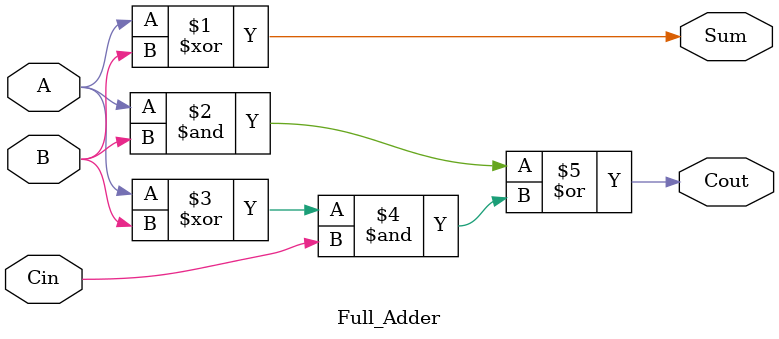
<source format=v>
`timescale 1ns / 1ps

module Serial_Adder(
    input A,
    input B,
    input Cin,
    output Sum,
    output Cout
    );
    
    
endmodule

module DFF(
    input D,
    input clk,
    input en,
    input rst,
    output reg Q
    );
    
    always @ (posedge clk or posedge rst) begin
    if (rst)
      Q = 0;
    else
      if (en)
        Q = D;
  end
    
endmodule

module shift(
    input [3:0] data,
    input clk,
    input en,
    input rst,
    output reg out
    );
    
    reg [3:0] memory;
    
    
endmodule

module Full_Adder(
    input A,
    input B,
    input Cin,
    output Sum,
    output Cout
    );
    
    assign Sum = A ^ B;
    assign Cout = (A&B) | ((A^B)&Cin);
endmodule

</source>
